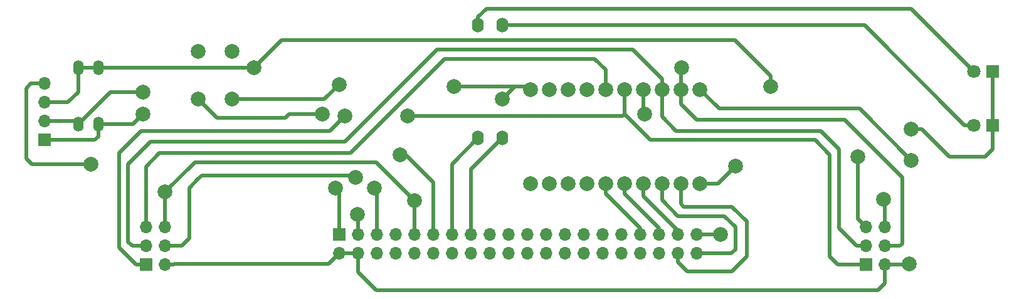
<source format=gtl>
G04 #@! TF.GenerationSoftware,KiCad,Pcbnew,(2017-11-16 revision 00bb00016)-makepkg*
G04 #@! TF.CreationDate,2017-11-28T23:56:54+01:00*
G04 #@! TF.ProjectId,prog-jig,70726F672D6A69672E6B696361645F70,rev?*
G04 #@! TF.SameCoordinates,Original*
G04 #@! TF.FileFunction,Copper,L1,Top,Signal*
G04 #@! TF.FilePolarity,Positive*
%FSLAX46Y46*%
G04 Gerber Fmt 4.6, Leading zero omitted, Abs format (unit mm)*
G04 Created by KiCad (PCBNEW (2017-11-16 revision 00bb00016)-makepkg) date 11/28/17 23:56:54*
%MOMM*%
%LPD*%
G01*
G04 APERTURE LIST*
%ADD10O,1.700000X1.700000*%
%ADD11R,1.700000X1.700000*%
%ADD12C,1.800000*%
%ADD13R,1.800000X1.800000*%
%ADD14C,2.000000*%
%ADD15O,1.400000X2.000000*%
%ADD16O,1.600000X2.000000*%
%ADD17C,0.508000*%
G04 APERTURE END LIST*
D10*
X92510000Y-36040000D03*
X92510000Y-33500000D03*
X89970000Y-36040000D03*
X89970000Y-33500000D03*
X87430000Y-36040000D03*
X87430000Y-33500000D03*
X84890000Y-36040000D03*
X84890000Y-33500000D03*
X82350000Y-36040000D03*
X82350000Y-33500000D03*
X79810000Y-36040000D03*
X79810000Y-33500000D03*
X77270000Y-36040000D03*
X77270000Y-33500000D03*
X74730000Y-36040000D03*
X74730000Y-33500000D03*
X72190000Y-36040000D03*
X72190000Y-33500000D03*
X69650000Y-36040000D03*
X69650000Y-33500000D03*
X67110000Y-36040000D03*
X67110000Y-33500000D03*
X64570000Y-36040000D03*
X64570000Y-33500000D03*
X62030000Y-36040000D03*
X62030000Y-33500000D03*
X59490000Y-36040000D03*
X59490000Y-33500000D03*
X56950000Y-36040000D03*
X56950000Y-33500000D03*
X54410000Y-36040000D03*
X54410000Y-33500000D03*
X51870000Y-36040000D03*
X51870000Y-33500000D03*
X49330000Y-36040000D03*
X49330000Y-33500000D03*
X46790000Y-36040000D03*
X46790000Y-33500000D03*
X44250000Y-36040000D03*
D11*
X44250000Y-33500000D03*
X18183000Y-37567000D03*
D10*
X20723000Y-37567000D03*
X18183000Y-35027000D03*
X20723000Y-35027000D03*
X18183000Y-32487000D03*
X20723000Y-32487000D03*
X117878000Y-32487000D03*
X115338000Y-32487000D03*
X117878000Y-35027000D03*
X115338000Y-35027000D03*
X117878000Y-37567000D03*
D11*
X115338000Y-37567000D03*
D12*
X129960000Y-11500000D03*
D13*
X132500000Y-11500000D03*
X132500000Y-18750000D03*
D12*
X129960000Y-18750000D03*
D10*
X4500000Y-13130000D03*
X4500000Y-15670000D03*
X4500000Y-18210000D03*
D11*
X4500000Y-20750000D03*
D14*
X29750000Y-8750000D03*
X25250000Y-8750000D03*
X29750000Y-15250000D03*
X25250000Y-15250000D03*
X90390000Y-26600000D03*
X87850000Y-26600000D03*
X85310000Y-26600000D03*
X82770000Y-26600000D03*
X92930000Y-26600000D03*
X70070000Y-26600000D03*
X80230000Y-26600000D03*
X77690000Y-26600000D03*
X75150000Y-26600000D03*
X72610000Y-26600000D03*
X70070000Y-13900000D03*
X72610000Y-13900000D03*
X75150000Y-13900000D03*
X77690000Y-13900000D03*
X80230000Y-13900000D03*
X82770000Y-13900000D03*
X85310000Y-13900000D03*
X87850000Y-13900000D03*
X92930000Y-13900000D03*
X90390000Y-13900000D03*
D15*
X9000000Y-18620000D03*
X9000000Y-11000000D03*
X11750000Y-11000000D03*
X11750000Y-18620000D03*
D16*
X63000000Y-20500000D03*
X63000000Y-5260000D03*
X66250000Y-5260000D03*
X66250000Y-20500000D03*
D14*
X59750000Y-13500000D03*
X44250000Y-13250000D03*
X54410000Y-28910000D03*
X66250000Y-15250000D03*
X10750000Y-24000000D03*
X20750000Y-27750000D03*
X121500000Y-19250000D03*
X117750000Y-28750000D03*
X95750000Y-33500000D03*
X90500000Y-11000000D03*
X46500000Y-25750000D03*
X121500000Y-23500000D03*
X121250000Y-37500000D03*
X53500000Y-17500000D03*
X45000000Y-17500000D03*
X114250000Y-23000000D03*
X85500000Y-17250000D03*
X102500000Y-13500000D03*
X97750000Y-24250000D03*
X43750000Y-27262010D03*
X32750000Y-11000000D03*
X17750000Y-14250000D03*
X49000000Y-27250000D03*
X46750000Y-30750000D03*
X17750000Y-17250000D03*
X42000000Y-17250000D03*
X52500000Y-22750000D03*
D17*
X129960000Y-18750000D02*
X128687208Y-18750000D01*
X128687208Y-18750000D02*
X115197208Y-5260000D01*
X115197208Y-5260000D02*
X67381370Y-5260000D01*
X67381370Y-5260000D02*
X66250000Y-5260000D01*
X129960000Y-18750000D02*
X129870000Y-18750000D01*
X68500000Y-13500000D02*
X69670000Y-13500000D01*
X59750000Y-13500000D02*
X68500000Y-13500000D01*
X66250000Y-15250000D02*
X68000000Y-13500000D01*
X68000000Y-13500000D02*
X68500000Y-13500000D01*
X69670000Y-13500000D02*
X70070000Y-13900000D01*
X42250000Y-15250000D02*
X44250000Y-13250000D01*
X31164213Y-15250000D02*
X42250000Y-15250000D01*
X29750000Y-15250000D02*
X31164213Y-15250000D01*
X54410000Y-28910000D02*
X49250000Y-23750000D01*
X54410000Y-33500000D02*
X54410000Y-28910000D01*
X49250000Y-23750000D02*
X24750000Y-23750000D01*
X24750000Y-23750000D02*
X20750000Y-27750000D01*
X2750000Y-24000000D02*
X2000000Y-23250000D01*
X10750000Y-24000000D02*
X2750000Y-24000000D01*
X2000000Y-23250000D02*
X2000000Y-13750000D01*
X2000000Y-13750000D02*
X2620000Y-13130000D01*
X2620000Y-13130000D02*
X4500000Y-13130000D01*
X20723000Y-27777000D02*
X20750000Y-27750000D01*
X20723000Y-32487000D02*
X20723000Y-27777000D01*
X122914213Y-19250000D02*
X126664213Y-23000000D01*
X121500000Y-19250000D02*
X122914213Y-19250000D01*
X126664213Y-23000000D02*
X131500000Y-23000000D01*
X131500000Y-23000000D02*
X132500000Y-22000000D01*
X132500000Y-22000000D02*
X132500000Y-18750000D01*
X132500000Y-11500000D02*
X132500000Y-18750000D01*
X54410000Y-30660000D02*
X54410000Y-33500000D01*
X20723000Y-32487000D02*
X20723000Y-31284919D01*
X117878000Y-28878000D02*
X117750000Y-28750000D01*
X117878000Y-32487000D02*
X117878000Y-28878000D01*
X92510000Y-33500000D02*
X95750000Y-33500000D01*
X18183000Y-24317000D02*
X18183000Y-32487000D01*
X80230000Y-11270000D02*
X78710000Y-9750000D01*
X80230000Y-13900000D02*
X80230000Y-11270000D01*
X78710000Y-9750000D02*
X58500000Y-9750000D01*
X58500000Y-9750000D02*
X45750000Y-22500000D01*
X45750000Y-22500000D02*
X20000000Y-22500000D01*
X20000000Y-22500000D02*
X18183000Y-24317000D01*
X90390000Y-11110000D02*
X90500000Y-11000000D01*
X90390000Y-13900000D02*
X90390000Y-11110000D01*
X25750000Y-25500000D02*
X46250000Y-25500000D01*
X46250000Y-25500000D02*
X46500000Y-25750000D01*
X25250000Y-26000000D02*
X25750000Y-25500000D01*
X24000000Y-27250000D02*
X25250000Y-26000000D01*
X24000000Y-32762238D02*
X24000000Y-27250000D01*
X24000000Y-34000000D02*
X24000000Y-32762238D01*
X22973000Y-35027000D02*
X24000000Y-34000000D01*
X20723000Y-35027000D02*
X22973000Y-35027000D01*
X92500000Y-18000000D02*
X90390000Y-15890000D01*
X90390000Y-15890000D02*
X90390000Y-13900000D01*
X112500000Y-18000000D02*
X92500000Y-18000000D01*
X120250000Y-25750000D02*
X112500000Y-18000000D01*
X120250000Y-34750000D02*
X120250000Y-25750000D01*
X119973000Y-35027000D02*
X120250000Y-34750000D01*
X117878000Y-35027000D02*
X119973000Y-35027000D01*
X57500000Y-8500000D02*
X82750000Y-8500000D01*
X87850000Y-13900000D02*
X87850000Y-12485787D01*
X87850000Y-12485787D02*
X83864213Y-8500000D01*
X83864213Y-8500000D02*
X82750000Y-8500000D01*
X45000000Y-21000000D02*
X57500000Y-8500000D01*
X18750000Y-21000000D02*
X45000000Y-21000000D01*
X15750000Y-24000000D02*
X18750000Y-21000000D01*
X15750000Y-24500000D02*
X15750000Y-24000000D01*
X15750000Y-34500000D02*
X15750000Y-24500000D01*
X16277000Y-35027000D02*
X15750000Y-34500000D01*
X18183000Y-35027000D02*
X16277000Y-35027000D01*
X89750000Y-19500000D02*
X87850000Y-17600000D01*
X87850000Y-17600000D02*
X87850000Y-13900000D01*
X109250000Y-19500000D02*
X89750000Y-19500000D01*
X111750000Y-22000000D02*
X109250000Y-19500000D01*
X111750000Y-32641081D02*
X111750000Y-22000000D01*
X115338000Y-35027000D02*
X114135919Y-35027000D01*
X114135919Y-35027000D02*
X111750000Y-32641081D01*
X49250000Y-41000000D02*
X46790000Y-38540000D01*
X46790000Y-38540000D02*
X46790000Y-36040000D01*
X117006000Y-41000000D02*
X49250000Y-41000000D01*
X117878000Y-40128000D02*
X117006000Y-41000000D01*
X117878000Y-37567000D02*
X117878000Y-40128000D01*
X44250000Y-36040000D02*
X46790000Y-36040000D01*
X21992081Y-37500000D02*
X42790000Y-37500000D01*
X42790000Y-37500000D02*
X44250000Y-36040000D01*
X20723000Y-37567000D02*
X21925081Y-37567000D01*
X21925081Y-37567000D02*
X21992081Y-37500000D01*
X114500000Y-16500000D02*
X121500000Y-23500000D01*
X95530000Y-16500000D02*
X114500000Y-16500000D01*
X92930000Y-13900000D02*
X95530000Y-16500000D01*
X121183000Y-37567000D02*
X121250000Y-37500000D01*
X117878000Y-37567000D02*
X121183000Y-37567000D01*
X53500000Y-17500000D02*
X82540000Y-17500000D01*
X82540000Y-17500000D02*
X82770000Y-17270000D01*
X43000000Y-19500000D02*
X45000000Y-17500000D01*
X42500000Y-19500000D02*
X43000000Y-19500000D01*
X17500000Y-19500000D02*
X42500000Y-19500000D01*
X18183000Y-37567000D02*
X16825000Y-37567000D01*
X14500000Y-35242000D02*
X14500000Y-22500000D01*
X14500000Y-22500000D02*
X17500000Y-19500000D01*
X16825000Y-37567000D02*
X14500000Y-35242000D01*
X86250000Y-20750000D02*
X82770000Y-17270000D01*
X108500000Y-20750000D02*
X86250000Y-20750000D01*
X110500000Y-22750000D02*
X108500000Y-20750000D01*
X82770000Y-17270000D02*
X82770000Y-13900000D01*
X110500000Y-36500000D02*
X110500000Y-22750000D01*
X115338000Y-37567000D02*
X111567000Y-37567000D01*
X111567000Y-37567000D02*
X110500000Y-36500000D01*
X114250000Y-23000000D02*
X114250000Y-31399000D01*
X114250000Y-31399000D02*
X115338000Y-32487000D01*
X85310000Y-17060000D02*
X85500000Y-17250000D01*
X85310000Y-13900000D02*
X85310000Y-17060000D01*
X59500000Y-32287919D02*
X59500000Y-24000000D01*
X59500000Y-24000000D02*
X63000000Y-20500000D01*
X59490000Y-33500000D02*
X59490000Y-32297919D01*
X59490000Y-32297919D02*
X59500000Y-32287919D01*
X62030000Y-33500000D02*
X62030000Y-24720000D01*
X62030000Y-24720000D02*
X66250000Y-20500000D01*
X97664213Y-7250000D02*
X36500000Y-7250000D01*
X36500000Y-7250000D02*
X32750000Y-11000000D01*
X102500000Y-13500000D02*
X102500000Y-12085787D01*
X102500000Y-12085787D02*
X97664213Y-7250000D01*
X95400000Y-26600000D02*
X97750000Y-24250000D01*
X92930000Y-26600000D02*
X95400000Y-26600000D01*
X44250000Y-27762010D02*
X43750000Y-27262010D01*
X44250000Y-33500000D02*
X44250000Y-27762010D01*
X32750000Y-11000000D02*
X11750000Y-11000000D01*
X9000000Y-14250000D02*
X7580000Y-15670000D01*
X7580000Y-15670000D02*
X4500000Y-15670000D01*
X9000000Y-11000000D02*
X9000000Y-14250000D01*
X9000000Y-11000000D02*
X11750000Y-11000000D01*
X17750000Y-14250000D02*
X13370000Y-14250000D01*
X13370000Y-14250000D02*
X9000000Y-18620000D01*
X49330000Y-27580000D02*
X49000000Y-27250000D01*
X49330000Y-33500000D02*
X49330000Y-27580000D01*
X4500000Y-18210000D02*
X8590000Y-18210000D01*
X8590000Y-18210000D02*
X9000000Y-18620000D01*
X46790000Y-30790000D02*
X46750000Y-30750000D01*
X46790000Y-33500000D02*
X46790000Y-30790000D01*
X11750000Y-18620000D02*
X16380000Y-18620000D01*
X16380000Y-18620000D02*
X17750000Y-17250000D01*
X11250000Y-20750000D02*
X11750000Y-20250000D01*
X11750000Y-20250000D02*
X11750000Y-18620000D01*
X4500000Y-20750000D02*
X11250000Y-20750000D01*
X90000000Y-31000000D02*
X96250000Y-31000000D01*
X87850000Y-26600000D02*
X87850000Y-28850000D01*
X87850000Y-28850000D02*
X90000000Y-31000000D01*
X97750000Y-35500000D02*
X97210000Y-36040000D01*
X97210000Y-36040000D02*
X92510000Y-36040000D01*
X97750000Y-32500000D02*
X97750000Y-35500000D01*
X96250000Y-31000000D02*
X97750000Y-32500000D01*
X99250000Y-36500000D02*
X97250000Y-38500000D01*
X99250000Y-31750000D02*
X99250000Y-36500000D01*
X97250000Y-29750000D02*
X99250000Y-31750000D01*
X90750000Y-29750000D02*
X97250000Y-29750000D01*
X90390000Y-26600000D02*
X90390000Y-29390000D01*
X90390000Y-29390000D02*
X90750000Y-29750000D01*
X97250000Y-38500000D02*
X91227919Y-38500000D01*
X91227919Y-38500000D02*
X89970000Y-37242081D01*
X89970000Y-37242081D02*
X89970000Y-36040000D01*
X85310000Y-28310000D02*
X89970000Y-32970000D01*
X85310000Y-26600000D02*
X85310000Y-28310000D01*
X89970000Y-32970000D02*
X89970000Y-33500000D01*
X84890000Y-32674213D02*
X80230000Y-28014213D01*
X84890000Y-33500000D02*
X84890000Y-32674213D01*
X80230000Y-28014213D02*
X80230000Y-26600000D01*
X84890000Y-33500000D02*
X84890000Y-32890000D01*
X87430000Y-32680000D02*
X83000000Y-28250000D01*
X87430000Y-33500000D02*
X87430000Y-32680000D01*
X83000000Y-28250000D02*
X83000000Y-28244213D01*
X83000000Y-28244213D02*
X82770000Y-28014213D01*
X82770000Y-28014213D02*
X82770000Y-26600000D01*
X87430000Y-33500000D02*
X87430000Y-32930000D01*
X37000000Y-17750000D02*
X27750000Y-17750000D01*
X27750000Y-17750000D02*
X25250000Y-15250000D01*
X37500000Y-17250000D02*
X37000000Y-17750000D01*
X42000000Y-17250000D02*
X37500000Y-17250000D01*
X53250000Y-22750000D02*
X52500000Y-22750000D01*
X57000000Y-26500000D02*
X53250000Y-22750000D01*
X57000000Y-32247919D02*
X57000000Y-26500000D01*
X56950000Y-33500000D02*
X56950000Y-32297919D01*
X56950000Y-32297919D02*
X57000000Y-32247919D01*
X63000000Y-4128630D02*
X64128630Y-3000000D01*
X122210000Y-3750000D02*
X129960000Y-11500000D01*
X64128630Y-3000000D02*
X121460000Y-3000000D01*
X121460000Y-3000000D02*
X122210000Y-3750000D01*
X63000000Y-5260000D02*
X63000000Y-4128630D01*
M02*

</source>
